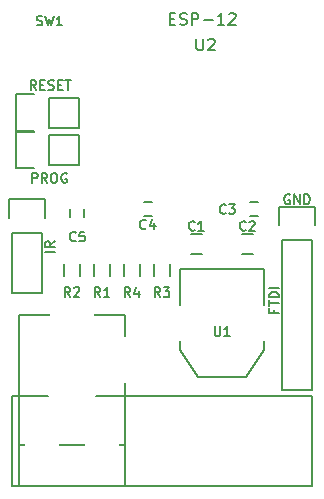
<source format=gto>
G04 #@! TF.FileFunction,Legend,Top*
%FSLAX46Y46*%
G04 Gerber Fmt 4.6, Leading zero omitted, Abs format (unit mm)*
G04 Created by KiCad (PCBNEW 0.201511091016+6303~30~ubuntu14.04.1-product) date Mon 09 Nov 2015 21:44:19 GMT*
%MOMM*%
G01*
G04 APERTURE LIST*
%ADD10C,0.100000*%
%ADD11C,0.152400*%
%ADD12C,0.150000*%
%ADD13R,1.000000X1.250000*%
%ADD14R,0.800000X0.750000*%
%ADD15R,0.750000X0.800000*%
%ADD16R,0.900000X0.500000*%
%ADD17R,0.600000X1.000000*%
%ADD18R,0.450000X1.000000*%
%ADD19R,3.657600X2.032000*%
%ADD20R,1.016000X2.032000*%
%ADD21R,3.000000X3.000000*%
%ADD22C,3.000000*%
%ADD23R,2.032000X1.727200*%
%ADD24O,2.032000X1.727200*%
%ADD25R,2.032000X2.032000*%
%ADD26O,2.032000X2.032000*%
%ADD27R,2.400000X1.100000*%
%ADD28O,2.400000X1.100000*%
%ADD29C,4.000000*%
G04 APERTURE END LIST*
D10*
D11*
X163210724Y-101574600D02*
X163133315Y-101535895D01*
X163017200Y-101535895D01*
X162901086Y-101574600D01*
X162823677Y-101652010D01*
X162784972Y-101729419D01*
X162746267Y-101884238D01*
X162746267Y-102000352D01*
X162784972Y-102155171D01*
X162823677Y-102232581D01*
X162901086Y-102309990D01*
X163017200Y-102348695D01*
X163094610Y-102348695D01*
X163210724Y-102309990D01*
X163249429Y-102271286D01*
X163249429Y-102000352D01*
X163094610Y-102000352D01*
X163597772Y-102348695D02*
X163597772Y-101535895D01*
X164062229Y-102348695D01*
X164062229Y-101535895D01*
X164449277Y-102348695D02*
X164449277Y-101535895D01*
X164642801Y-101535895D01*
X164758915Y-101574600D01*
X164836324Y-101652010D01*
X164875029Y-101729419D01*
X164913734Y-101884238D01*
X164913734Y-102000352D01*
X164875029Y-102155171D01*
X164836324Y-102232581D01*
X164758915Y-102309990D01*
X164642801Y-102348695D01*
X164449277Y-102348695D01*
D12*
X155821000Y-104877500D02*
X154821000Y-104877500D01*
X154821000Y-106577500D02*
X155821000Y-106577500D01*
X160139000Y-104877500D02*
X159139000Y-104877500D01*
X159139000Y-106577500D02*
X160139000Y-106577500D01*
X159860500Y-102206500D02*
X160560500Y-102206500D01*
X160560500Y-103406500D02*
X159860500Y-103406500D01*
X151543500Y-103406500D02*
X150843500Y-103406500D01*
X150843500Y-102206500D02*
X151543500Y-102206500D01*
X144637200Y-103474000D02*
X144637200Y-102774000D01*
X145837200Y-102774000D02*
X145837200Y-103474000D01*
X147995000Y-107450000D02*
X147995000Y-108450000D01*
X146645000Y-108450000D02*
X146645000Y-107450000D01*
X145455000Y-107450000D02*
X145455000Y-108450000D01*
X144105000Y-108450000D02*
X144105000Y-107450000D01*
X151725000Y-108450000D02*
X151725000Y-107450000D01*
X153075000Y-107450000D02*
X153075000Y-108450000D01*
X150535000Y-107450000D02*
X150535000Y-108450000D01*
X149185000Y-108450000D02*
X149185000Y-107450000D01*
X161036000Y-110871000D02*
X161036000Y-107823000D01*
X161036000Y-107823000D02*
X153924000Y-107823000D01*
X153924000Y-107823000D02*
X153924000Y-110871000D01*
X161036000Y-113919000D02*
X161036000Y-114681000D01*
X161036000Y-114681000D02*
X159512000Y-116967000D01*
X159512000Y-116967000D02*
X155448000Y-116967000D01*
X155448000Y-116967000D02*
X153924000Y-114681000D01*
X153924000Y-114681000D02*
X153924000Y-113919000D01*
X139700000Y-126238000D02*
X165100000Y-126238000D01*
X165100000Y-126238000D02*
X165100000Y-118618000D01*
X165100000Y-118618000D02*
X139700000Y-118618000D01*
X139700000Y-118618000D02*
X139700000Y-126238000D01*
X165100000Y-105410000D02*
X165100000Y-118110000D01*
X165100000Y-118110000D02*
X162560000Y-118110000D01*
X162560000Y-118110000D02*
X162560000Y-105410000D01*
X165380000Y-102590000D02*
X165380000Y-104140000D01*
X165100000Y-105410000D02*
X162560000Y-105410000D01*
X162280000Y-104140000D02*
X162280000Y-102590000D01*
X162280000Y-102590000D02*
X165380000Y-102590000D01*
X139700000Y-104775000D02*
X139700000Y-109855000D01*
X139700000Y-109855000D02*
X142240000Y-109855000D01*
X142240000Y-109855000D02*
X142240000Y-104775000D01*
X142520000Y-101955000D02*
X142520000Y-103505000D01*
X142240000Y-104775000D02*
X139700000Y-104775000D01*
X139420000Y-103505000D02*
X139420000Y-101955000D01*
X139420000Y-101955000D02*
X142520000Y-101955000D01*
X142875000Y-93345000D02*
X145415000Y-93345000D01*
X140055000Y-93065000D02*
X141605000Y-93065000D01*
X142875000Y-93345000D02*
X142875000Y-95885000D01*
X141605000Y-96165000D02*
X140055000Y-96165000D01*
X140055000Y-96165000D02*
X140055000Y-93065000D01*
X142875000Y-95885000D02*
X145415000Y-95885000D01*
X145415000Y-95885000D02*
X145415000Y-93345000D01*
X142875000Y-96520000D02*
X145415000Y-96520000D01*
X140055000Y-96240000D02*
X141605000Y-96240000D01*
X142875000Y-96520000D02*
X142875000Y-99060000D01*
X141605000Y-99340000D02*
X140055000Y-99340000D01*
X140055000Y-99340000D02*
X140055000Y-96240000D01*
X142875000Y-99060000D02*
X145415000Y-99060000D01*
X145415000Y-99060000D02*
X145415000Y-96520000D01*
X140279120Y-122745500D02*
X149280880Y-122745500D01*
X140279120Y-126245620D02*
X149280880Y-126245620D01*
X149280880Y-126245620D02*
X149280880Y-111744760D01*
X149280880Y-111744760D02*
X140279120Y-111744760D01*
X140279120Y-111744760D02*
X140279120Y-126245620D01*
D11*
X155185534Y-104531886D02*
X155146829Y-104570590D01*
X155030715Y-104609295D01*
X154953305Y-104609295D01*
X154837191Y-104570590D01*
X154759782Y-104493181D01*
X154721077Y-104415771D01*
X154682372Y-104260952D01*
X154682372Y-104144838D01*
X154721077Y-103990019D01*
X154759782Y-103912610D01*
X154837191Y-103835200D01*
X154953305Y-103796495D01*
X155030715Y-103796495D01*
X155146829Y-103835200D01*
X155185534Y-103873905D01*
X155959629Y-104609295D02*
X155495172Y-104609295D01*
X155727401Y-104609295D02*
X155727401Y-103796495D01*
X155649991Y-103912610D01*
X155572582Y-103990019D01*
X155495172Y-104028724D01*
X159503534Y-104531886D02*
X159464829Y-104570590D01*
X159348715Y-104609295D01*
X159271305Y-104609295D01*
X159155191Y-104570590D01*
X159077782Y-104493181D01*
X159039077Y-104415771D01*
X159000372Y-104260952D01*
X159000372Y-104144838D01*
X159039077Y-103990019D01*
X159077782Y-103912610D01*
X159155191Y-103835200D01*
X159271305Y-103796495D01*
X159348715Y-103796495D01*
X159464829Y-103835200D01*
X159503534Y-103873905D01*
X159813172Y-103873905D02*
X159851877Y-103835200D01*
X159929286Y-103796495D01*
X160122810Y-103796495D01*
X160200220Y-103835200D01*
X160238924Y-103873905D01*
X160277629Y-103951314D01*
X160277629Y-104028724D01*
X160238924Y-104144838D01*
X159774467Y-104609295D01*
X160277629Y-104609295D01*
X157801734Y-103109486D02*
X157763029Y-103148190D01*
X157646915Y-103186895D01*
X157569505Y-103186895D01*
X157453391Y-103148190D01*
X157375982Y-103070781D01*
X157337277Y-102993371D01*
X157298572Y-102838552D01*
X157298572Y-102722438D01*
X157337277Y-102567619D01*
X157375982Y-102490210D01*
X157453391Y-102412800D01*
X157569505Y-102374095D01*
X157646915Y-102374095D01*
X157763029Y-102412800D01*
X157801734Y-102451505D01*
X158072667Y-102374095D02*
X158575829Y-102374095D01*
X158304896Y-102683733D01*
X158421010Y-102683733D01*
X158498420Y-102722438D01*
X158537124Y-102761143D01*
X158575829Y-102838552D01*
X158575829Y-103032076D01*
X158537124Y-103109486D01*
X158498420Y-103148190D01*
X158421010Y-103186895D01*
X158188782Y-103186895D01*
X158111372Y-103148190D01*
X158072667Y-103109486D01*
X151045334Y-104404886D02*
X151006629Y-104443590D01*
X150890515Y-104482295D01*
X150813105Y-104482295D01*
X150696991Y-104443590D01*
X150619582Y-104366181D01*
X150580877Y-104288771D01*
X150542172Y-104133952D01*
X150542172Y-104017838D01*
X150580877Y-103863019D01*
X150619582Y-103785610D01*
X150696991Y-103708200D01*
X150813105Y-103669495D01*
X150890515Y-103669495D01*
X151006629Y-103708200D01*
X151045334Y-103746905D01*
X151742020Y-103940429D02*
X151742020Y-104482295D01*
X151548496Y-103630790D02*
X151354972Y-104211362D01*
X151858134Y-104211362D01*
X145101734Y-105446286D02*
X145063029Y-105484990D01*
X144946915Y-105523695D01*
X144869505Y-105523695D01*
X144753391Y-105484990D01*
X144675982Y-105407581D01*
X144637277Y-105330171D01*
X144598572Y-105175352D01*
X144598572Y-105059238D01*
X144637277Y-104904419D01*
X144675982Y-104827010D01*
X144753391Y-104749600D01*
X144869505Y-104710895D01*
X144946915Y-104710895D01*
X145063029Y-104749600D01*
X145101734Y-104788305D01*
X145837124Y-104710895D02*
X145450077Y-104710895D01*
X145411372Y-105097943D01*
X145450077Y-105059238D01*
X145527486Y-105020533D01*
X145721010Y-105020533D01*
X145798420Y-105059238D01*
X145837124Y-105097943D01*
X145875829Y-105175352D01*
X145875829Y-105368876D01*
X145837124Y-105446286D01*
X145798420Y-105484990D01*
X145721010Y-105523695D01*
X145527486Y-105523695D01*
X145450077Y-105484990D01*
X145411372Y-105446286D01*
X147184534Y-110222695D02*
X146913601Y-109835648D01*
X146720077Y-110222695D02*
X146720077Y-109409895D01*
X147029715Y-109409895D01*
X147107124Y-109448600D01*
X147145829Y-109487305D01*
X147184534Y-109564714D01*
X147184534Y-109680829D01*
X147145829Y-109758238D01*
X147107124Y-109796943D01*
X147029715Y-109835648D01*
X146720077Y-109835648D01*
X147958629Y-110222695D02*
X147494172Y-110222695D01*
X147726401Y-110222695D02*
X147726401Y-109409895D01*
X147648991Y-109526010D01*
X147571582Y-109603419D01*
X147494172Y-109642124D01*
X144644534Y-110222695D02*
X144373601Y-109835648D01*
X144180077Y-110222695D02*
X144180077Y-109409895D01*
X144489715Y-109409895D01*
X144567124Y-109448600D01*
X144605829Y-109487305D01*
X144644534Y-109564714D01*
X144644534Y-109680829D01*
X144605829Y-109758238D01*
X144567124Y-109796943D01*
X144489715Y-109835648D01*
X144180077Y-109835648D01*
X144954172Y-109487305D02*
X144992877Y-109448600D01*
X145070286Y-109409895D01*
X145263810Y-109409895D01*
X145341220Y-109448600D01*
X145379924Y-109487305D01*
X145418629Y-109564714D01*
X145418629Y-109642124D01*
X145379924Y-109758238D01*
X144915467Y-110222695D01*
X145418629Y-110222695D01*
X152264534Y-110222695D02*
X151993601Y-109835648D01*
X151800077Y-110222695D02*
X151800077Y-109409895D01*
X152109715Y-109409895D01*
X152187124Y-109448600D01*
X152225829Y-109487305D01*
X152264534Y-109564714D01*
X152264534Y-109680829D01*
X152225829Y-109758238D01*
X152187124Y-109796943D01*
X152109715Y-109835648D01*
X151800077Y-109835648D01*
X152535467Y-109409895D02*
X153038629Y-109409895D01*
X152767696Y-109719533D01*
X152883810Y-109719533D01*
X152961220Y-109758238D01*
X152999924Y-109796943D01*
X153038629Y-109874352D01*
X153038629Y-110067876D01*
X152999924Y-110145286D01*
X152961220Y-110183990D01*
X152883810Y-110222695D01*
X152651582Y-110222695D01*
X152574172Y-110183990D01*
X152535467Y-110145286D01*
X149724534Y-110222695D02*
X149453601Y-109835648D01*
X149260077Y-110222695D02*
X149260077Y-109409895D01*
X149569715Y-109409895D01*
X149647124Y-109448600D01*
X149685829Y-109487305D01*
X149724534Y-109564714D01*
X149724534Y-109680829D01*
X149685829Y-109758238D01*
X149647124Y-109796943D01*
X149569715Y-109835648D01*
X149260077Y-109835648D01*
X150421220Y-109680829D02*
X150421220Y-110222695D01*
X150227696Y-109371190D02*
X150034172Y-109951762D01*
X150537334Y-109951762D01*
X141791267Y-87196990D02*
X141907381Y-87235695D01*
X142100905Y-87235695D01*
X142178315Y-87196990D01*
X142217019Y-87158286D01*
X142255724Y-87080876D01*
X142255724Y-87003467D01*
X142217019Y-86926057D01*
X142178315Y-86887352D01*
X142100905Y-86848648D01*
X141946086Y-86809943D01*
X141868677Y-86771238D01*
X141829972Y-86732533D01*
X141791267Y-86655124D01*
X141791267Y-86577714D01*
X141829972Y-86500305D01*
X141868677Y-86461600D01*
X141946086Y-86422895D01*
X142139610Y-86422895D01*
X142255724Y-86461600D01*
X142526657Y-86422895D02*
X142720181Y-87235695D01*
X142875000Y-86655124D01*
X143029819Y-87235695D01*
X143223343Y-86422895D01*
X143958733Y-87235695D02*
X143494276Y-87235695D01*
X143726505Y-87235695D02*
X143726505Y-86422895D01*
X143649095Y-86539010D01*
X143571686Y-86616419D01*
X143494276Y-86655124D01*
X156860724Y-112711895D02*
X156860724Y-113369876D01*
X156899429Y-113447286D01*
X156938133Y-113485990D01*
X157015543Y-113524695D01*
X157170362Y-113524695D01*
X157247771Y-113485990D01*
X157286476Y-113447286D01*
X157325181Y-113369876D01*
X157325181Y-112711895D01*
X158137981Y-113524695D02*
X157673524Y-113524695D01*
X157905753Y-113524695D02*
X157905753Y-112711895D01*
X157828343Y-112828010D01*
X157750934Y-112905419D01*
X157673524Y-112944124D01*
X161866943Y-111283448D02*
X161866943Y-111554381D01*
X162292695Y-111554381D02*
X161479895Y-111554381D01*
X161479895Y-111167334D01*
X161479895Y-110973809D02*
X161479895Y-110509352D01*
X162292695Y-110741581D02*
X161479895Y-110741581D01*
X162292695Y-110238419D02*
X161479895Y-110238419D01*
X161479895Y-110044895D01*
X161518600Y-109928781D01*
X161596010Y-109851372D01*
X161673419Y-109812667D01*
X161828238Y-109773962D01*
X161944352Y-109773962D01*
X162099171Y-109812667D01*
X162176581Y-109851372D01*
X162253990Y-109928781D01*
X162292695Y-110044895D01*
X162292695Y-110238419D01*
X162292695Y-109425619D02*
X161479895Y-109425619D01*
X143344295Y-106375200D02*
X142531495Y-106375200D01*
X143344295Y-105523695D02*
X142957248Y-105794628D01*
X143344295Y-105988152D02*
X142531495Y-105988152D01*
X142531495Y-105678514D01*
X142570200Y-105601105D01*
X142608905Y-105562400D01*
X142686314Y-105523695D01*
X142802429Y-105523695D01*
X142879838Y-105562400D01*
X142918543Y-105601105D01*
X142957248Y-105678514D01*
X142957248Y-105988152D01*
X141745306Y-92696695D02*
X141474373Y-92309648D01*
X141280849Y-92696695D02*
X141280849Y-91883895D01*
X141590487Y-91883895D01*
X141667896Y-91922600D01*
X141706601Y-91961305D01*
X141745306Y-92038714D01*
X141745306Y-92154829D01*
X141706601Y-92232238D01*
X141667896Y-92270943D01*
X141590487Y-92309648D01*
X141280849Y-92309648D01*
X142093649Y-92270943D02*
X142364582Y-92270943D01*
X142480696Y-92696695D02*
X142093649Y-92696695D01*
X142093649Y-91883895D01*
X142480696Y-91883895D01*
X142790334Y-92657990D02*
X142906448Y-92696695D01*
X143099972Y-92696695D01*
X143177382Y-92657990D01*
X143216086Y-92619286D01*
X143254791Y-92541876D01*
X143254791Y-92464467D01*
X143216086Y-92387057D01*
X143177382Y-92348352D01*
X143099972Y-92309648D01*
X142945153Y-92270943D01*
X142867744Y-92232238D01*
X142829039Y-92193533D01*
X142790334Y-92116124D01*
X142790334Y-92038714D01*
X142829039Y-91961305D01*
X142867744Y-91922600D01*
X142945153Y-91883895D01*
X143138677Y-91883895D01*
X143254791Y-91922600D01*
X143603134Y-92270943D02*
X143874067Y-92270943D01*
X143990181Y-92696695D02*
X143603134Y-92696695D01*
X143603134Y-91883895D01*
X143990181Y-91883895D01*
X144222410Y-91883895D02*
X144686867Y-91883895D01*
X144454638Y-92696695D02*
X144454638Y-91883895D01*
X141423572Y-100545295D02*
X141423572Y-99732495D01*
X141733210Y-99732495D01*
X141810619Y-99771200D01*
X141849324Y-99809905D01*
X141888029Y-99887314D01*
X141888029Y-100003429D01*
X141849324Y-100080838D01*
X141810619Y-100119543D01*
X141733210Y-100158248D01*
X141423572Y-100158248D01*
X142700829Y-100545295D02*
X142429896Y-100158248D01*
X142236372Y-100545295D02*
X142236372Y-99732495D01*
X142546010Y-99732495D01*
X142623419Y-99771200D01*
X142662124Y-99809905D01*
X142700829Y-99887314D01*
X142700829Y-100003429D01*
X142662124Y-100080838D01*
X142623419Y-100119543D01*
X142546010Y-100158248D01*
X142236372Y-100158248D01*
X143203991Y-99732495D02*
X143358810Y-99732495D01*
X143436219Y-99771200D01*
X143513629Y-99848610D01*
X143552334Y-100003429D01*
X143552334Y-100274362D01*
X143513629Y-100429181D01*
X143436219Y-100506590D01*
X143358810Y-100545295D01*
X143203991Y-100545295D01*
X143126581Y-100506590D01*
X143049172Y-100429181D01*
X143010467Y-100274362D01*
X143010467Y-100003429D01*
X143049172Y-99848610D01*
X143126581Y-99771200D01*
X143203991Y-99732495D01*
X144326429Y-99771200D02*
X144249020Y-99732495D01*
X144132905Y-99732495D01*
X144016791Y-99771200D01*
X143939382Y-99848610D01*
X143900677Y-99926019D01*
X143861972Y-100080838D01*
X143861972Y-100196952D01*
X143900677Y-100351771D01*
X143939382Y-100429181D01*
X144016791Y-100506590D01*
X144132905Y-100545295D01*
X144210315Y-100545295D01*
X144326429Y-100506590D01*
X144365134Y-100467886D01*
X144365134Y-100196952D01*
X144210315Y-100196952D01*
D12*
X155321095Y-88352381D02*
X155321095Y-89161905D01*
X155368714Y-89257143D01*
X155416333Y-89304762D01*
X155511571Y-89352381D01*
X155702048Y-89352381D01*
X155797286Y-89304762D01*
X155844905Y-89257143D01*
X155892524Y-89161905D01*
X155892524Y-88352381D01*
X156321095Y-88447619D02*
X156368714Y-88400000D01*
X156463952Y-88352381D01*
X156702048Y-88352381D01*
X156797286Y-88400000D01*
X156844905Y-88447619D01*
X156892524Y-88542857D01*
X156892524Y-88638095D01*
X156844905Y-88780952D01*
X156273476Y-89352381D01*
X156892524Y-89352381D01*
X153066095Y-86653571D02*
X153399429Y-86653571D01*
X153542286Y-87177381D02*
X153066095Y-87177381D01*
X153066095Y-86177381D01*
X153542286Y-86177381D01*
X153923238Y-87129762D02*
X154066095Y-87177381D01*
X154304191Y-87177381D01*
X154399429Y-87129762D01*
X154447048Y-87082143D01*
X154494667Y-86986905D01*
X154494667Y-86891667D01*
X154447048Y-86796429D01*
X154399429Y-86748810D01*
X154304191Y-86701190D01*
X154113714Y-86653571D01*
X154018476Y-86605952D01*
X153970857Y-86558333D01*
X153923238Y-86463095D01*
X153923238Y-86367857D01*
X153970857Y-86272619D01*
X154018476Y-86225000D01*
X154113714Y-86177381D01*
X154351810Y-86177381D01*
X154494667Y-86225000D01*
X154923238Y-87177381D02*
X154923238Y-86177381D01*
X155304191Y-86177381D01*
X155399429Y-86225000D01*
X155447048Y-86272619D01*
X155494667Y-86367857D01*
X155494667Y-86510714D01*
X155447048Y-86605952D01*
X155399429Y-86653571D01*
X155304191Y-86701190D01*
X154923238Y-86701190D01*
X155923238Y-86796429D02*
X156685143Y-86796429D01*
X157685143Y-87177381D02*
X157113714Y-87177381D01*
X157399428Y-87177381D02*
X157399428Y-86177381D01*
X157304190Y-86320238D01*
X157208952Y-86415476D01*
X157113714Y-86463095D01*
X158066095Y-86272619D02*
X158113714Y-86225000D01*
X158208952Y-86177381D01*
X158447048Y-86177381D01*
X158542286Y-86225000D01*
X158589905Y-86272619D01*
X158637524Y-86367857D01*
X158637524Y-86463095D01*
X158589905Y-86605952D01*
X158018476Y-87177381D01*
X158637524Y-87177381D01*
%LPC*%
D13*
X154321000Y-105727500D03*
X156321000Y-105727500D03*
X158639000Y-105727500D03*
X160639000Y-105727500D03*
D14*
X159460500Y-102806500D03*
X160960500Y-102806500D03*
X151943500Y-102806500D03*
X150443500Y-102806500D03*
D15*
X145237200Y-103874000D03*
X145237200Y-102374000D03*
D16*
X147320000Y-108700000D03*
X147320000Y-107200000D03*
X144780000Y-108700000D03*
X144780000Y-107200000D03*
X152400000Y-107200000D03*
X152400000Y-108700000D03*
X149860000Y-108700000D03*
X149860000Y-107200000D03*
D17*
X141025000Y-84668000D03*
X144725000Y-84668000D03*
X141025000Y-89068000D03*
X144725000Y-89068000D03*
D18*
X140350000Y-86868000D03*
X145400000Y-86868000D03*
D19*
X157480000Y-115697000D03*
D20*
X157480000Y-109093000D03*
X155194000Y-109093000D03*
X159766000Y-109093000D03*
D21*
X142240000Y-123190000D03*
D22*
X147320000Y-123190000D03*
X152400000Y-123190000D03*
X157480000Y-123190000D03*
X162560000Y-123190000D03*
D23*
X163830000Y-104140000D03*
D24*
X163830000Y-106680000D03*
X163830000Y-109220000D03*
X163830000Y-111760000D03*
X163830000Y-114300000D03*
X163830000Y-116840000D03*
D23*
X140970000Y-103505000D03*
D24*
X140970000Y-106045000D03*
X140970000Y-108585000D03*
D25*
X141605000Y-94615000D03*
D26*
X144145000Y-94615000D03*
D25*
X141605000Y-97790000D03*
D26*
X144145000Y-97790000D03*
D27*
X147828000Y-85725000D03*
D28*
X147828000Y-87725000D03*
X147828000Y-89725000D03*
X147828000Y-91725000D03*
X147828000Y-93725000D03*
X147828000Y-95725000D03*
X147828000Y-97725000D03*
X147828000Y-99725000D03*
X163828000Y-99725000D03*
X163828000Y-97725000D03*
X163828000Y-95725000D03*
X163828000Y-93725000D03*
X163828000Y-91725000D03*
X163828000Y-89725000D03*
X163828000Y-87725000D03*
X163828000Y-85725000D03*
D29*
X144780000Y-112544860D03*
X144780000Y-118544340D03*
X149479000Y-115544600D03*
M02*

</source>
